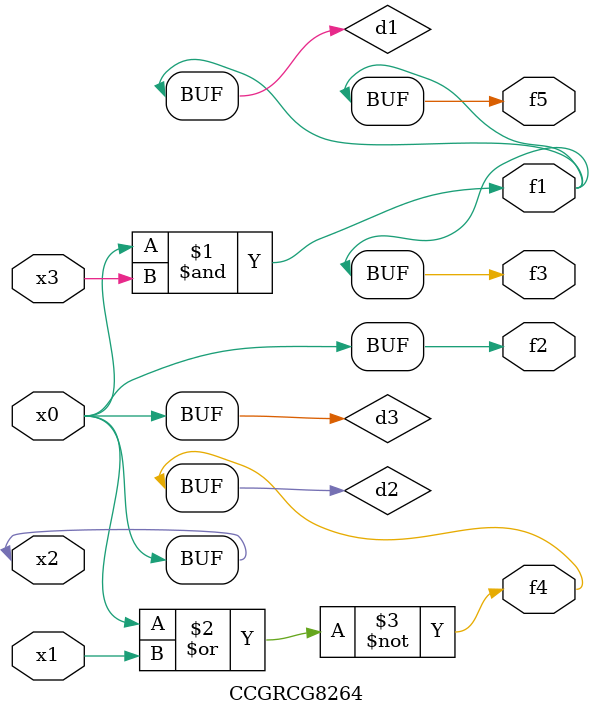
<source format=v>
module CCGRCG8264(
	input x0, x1, x2, x3,
	output f1, f2, f3, f4, f5
);

	wire d1, d2, d3;

	and (d1, x2, x3);
	nor (d2, x0, x1);
	buf (d3, x0, x2);
	assign f1 = d1;
	assign f2 = d3;
	assign f3 = d1;
	assign f4 = d2;
	assign f5 = d1;
endmodule

</source>
